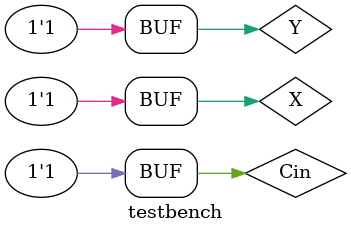
<source format=v>
`timescale 1ns/1ns
module testbench;

	reg X,Y;
	reg Cin;

	wire Cout;
	wire Sum;

	Fulladder A1(X,Y,Cin,Cout,Sum);
	initial
	begin
		X=0; Y=0; Cin=0; #50;
		X=0; Y=1; Cin=0; #50;
		X=1; Y=0; Cin=0; #50;
		X=1; Y=1; Cin=0; #50;

		X=0; Y=0; Cin=1; #50;
		X=0; Y=1; Cin=1; #50;
		X=1; Y=0; Cin=1; #50;
		X=1; Y=1; Cin=1; #50;
	end
endmodule

</source>
